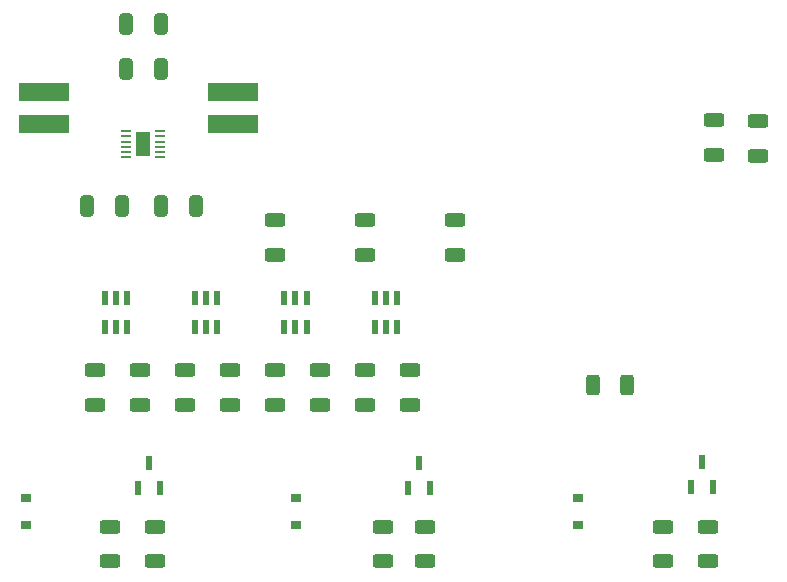
<source format=gbr>
%TF.GenerationSoftware,KiCad,Pcbnew,(6.0.7)*%
%TF.CreationDate,2023-04-19T21:38:57+02:00*%
%TF.ProjectId,rlc_meter,726c635f-6d65-4746-9572-2e6b69636164,rev?*%
%TF.SameCoordinates,Original*%
%TF.FileFunction,Paste,Bot*%
%TF.FilePolarity,Positive*%
%FSLAX46Y46*%
G04 Gerber Fmt 4.6, Leading zero omitted, Abs format (unit mm)*
G04 Created by KiCad (PCBNEW (6.0.7)) date 2023-04-19 21:38:57*
%MOMM*%
%LPD*%
G01*
G04 APERTURE LIST*
G04 Aperture macros list*
%AMRoundRect*
0 Rectangle with rounded corners*
0 $1 Rounding radius*
0 $2 $3 $4 $5 $6 $7 $8 $9 X,Y pos of 4 corners*
0 Add a 4 corners polygon primitive as box body*
4,1,4,$2,$3,$4,$5,$6,$7,$8,$9,$2,$3,0*
0 Add four circle primitives for the rounded corners*
1,1,$1+$1,$2,$3*
1,1,$1+$1,$4,$5*
1,1,$1+$1,$6,$7*
1,1,$1+$1,$8,$9*
0 Add four rect primitives between the rounded corners*
20,1,$1+$1,$2,$3,$4,$5,0*
20,1,$1+$1,$4,$5,$6,$7,0*
20,1,$1+$1,$6,$7,$8,$9,0*
20,1,$1+$1,$8,$9,$2,$3,0*%
G04 Aperture macros list end*
%ADD10R,0.850000X0.250000*%
%ADD11R,1.310000X2.120000*%
%ADD12R,0.900000X0.800000*%
%ADD13RoundRect,0.250000X0.625000X-0.312500X0.625000X0.312500X-0.625000X0.312500X-0.625000X-0.312500X0*%
%ADD14RoundRect,0.250000X0.325000X0.650000X-0.325000X0.650000X-0.325000X-0.650000X0.325000X-0.650000X0*%
%ADD15RoundRect,0.250000X-0.325000X-0.650000X0.325000X-0.650000X0.325000X0.650000X-0.325000X0.650000X0*%
%ADD16RoundRect,0.250000X-0.625000X0.312500X-0.625000X-0.312500X0.625000X-0.312500X0.625000X0.312500X0*%
%ADD17R,0.600000X1.250000*%
%ADD18RoundRect,0.250000X-0.312500X-0.625000X0.312500X-0.625000X0.312500X0.625000X-0.312500X0.625000X0*%
%ADD19R,4.300000X1.600000*%
%ADD20R,0.600000X1.200000*%
G04 APERTURE END LIST*
D10*
%TO.C,IC103*%
X117782000Y-103182000D03*
X117782000Y-103632000D03*
X117782000Y-104082000D03*
X117782000Y-104532000D03*
X117782000Y-104982000D03*
X117782000Y-105432000D03*
X114882000Y-105432000D03*
X114882000Y-104982000D03*
X114882000Y-104532000D03*
X114882000Y-104082000D03*
X114882000Y-103632000D03*
X114882000Y-103182000D03*
D11*
X116332000Y-104307000D03*
%TD*%
D12*
%TO.C,D103*%
X106426000Y-134232000D03*
X106426000Y-136532000D03*
%TD*%
%TO.C,D102*%
X129286000Y-136532000D03*
X129286000Y-134232000D03*
%TD*%
%TO.C,D101*%
X153162000Y-136532000D03*
X153162000Y-134232000D03*
%TD*%
D13*
%TO.C,R120*%
X123701500Y-126365500D03*
X123701500Y-123440500D03*
%TD*%
%TO.C,R102*%
X160335000Y-139604500D03*
X160335000Y-136679500D03*
%TD*%
%TO.C,R117*%
X131321500Y-126365500D03*
X131321500Y-123440500D03*
%TD*%
D14*
%TO.C,C113*%
X120825000Y-109525000D03*
X117875000Y-109525000D03*
%TD*%
D15*
%TO.C,C114*%
X114857000Y-97957000D03*
X117807000Y-97957000D03*
%TD*%
D16*
%TO.C,R103*%
X164145000Y-136679500D03*
X164145000Y-139604500D03*
%TD*%
%TO.C,R111*%
X135131500Y-123440500D03*
X135131500Y-126365500D03*
%TD*%
D15*
%TO.C,C115*%
X114857000Y-94147000D03*
X117807000Y-94147000D03*
%TD*%
D17*
%TO.C,Q101*%
X164592000Y-133350000D03*
X162682000Y-133350000D03*
X163637000Y-131250000D03*
%TD*%
D13*
%TO.C,R118*%
X135131500Y-113665500D03*
X135131500Y-110740500D03*
%TD*%
%TO.C,R114*%
X142751500Y-113665500D03*
X142751500Y-110740500D03*
%TD*%
D16*
%TO.C,R106*%
X140208000Y-136713500D03*
X140208000Y-139638500D03*
%TD*%
D13*
%TO.C,R123*%
X168375000Y-105287500D03*
X168375000Y-102362500D03*
%TD*%
%TO.C,R108*%
X113538000Y-139638500D03*
X113538000Y-136713500D03*
%TD*%
D18*
%TO.C,R101*%
X154412500Y-124725000D03*
X157337500Y-124725000D03*
%TD*%
D13*
%TO.C,R121*%
X119891500Y-126365500D03*
X119891500Y-123440500D03*
%TD*%
D16*
%TO.C,R109*%
X117348000Y-136713500D03*
X117348000Y-139638500D03*
%TD*%
D17*
%TO.C,Q102*%
X140655000Y-133384000D03*
X138745000Y-133384000D03*
X139700000Y-131284000D03*
%TD*%
D19*
%TO.C,L102*%
X107950000Y-102609000D03*
X107950000Y-99909000D03*
%TD*%
D16*
%TO.C,R119*%
X127511500Y-110740500D03*
X127511500Y-113665500D03*
%TD*%
D20*
%TO.C,U102*%
X114999500Y-119803000D03*
X114049500Y-119803000D03*
X113099500Y-119803000D03*
X113099500Y-117303000D03*
X114049500Y-117303000D03*
X114999500Y-117303000D03*
%TD*%
%TO.C,U101*%
X137859500Y-119803000D03*
X136909500Y-119803000D03*
X135959500Y-119803000D03*
X135959500Y-117303000D03*
X136909500Y-117303000D03*
X137859500Y-117303000D03*
%TD*%
D16*
%TO.C,R115*%
X116081500Y-123440500D03*
X116081500Y-126365500D03*
%TD*%
D20*
%TO.C,U103*%
X130173500Y-119823000D03*
X129223500Y-119823000D03*
X128273500Y-119823000D03*
X128273500Y-117323000D03*
X129223500Y-117323000D03*
X130173500Y-117323000D03*
%TD*%
D17*
%TO.C,Q103*%
X117795000Y-133384000D03*
X115885000Y-133384000D03*
X116840000Y-131284000D03*
%TD*%
D15*
%TO.C,C112*%
X111575000Y-109525000D03*
X114525000Y-109525000D03*
%TD*%
D13*
%TO.C,R112*%
X138941500Y-126365500D03*
X138941500Y-123440500D03*
%TD*%
D20*
%TO.C,U104*%
X122619500Y-119803000D03*
X121669500Y-119803000D03*
X120719500Y-119803000D03*
X120719500Y-117303000D03*
X121669500Y-117303000D03*
X122619500Y-117303000D03*
%TD*%
D13*
%TO.C,R122*%
X164685000Y-105211500D03*
X164685000Y-102286500D03*
%TD*%
D19*
%TO.C,L101*%
X123952000Y-102609000D03*
X123952000Y-99909000D03*
%TD*%
D16*
%TO.C,R116*%
X127511500Y-123440500D03*
X127511500Y-126365500D03*
%TD*%
D13*
%TO.C,R105*%
X136652000Y-139638500D03*
X136652000Y-136713500D03*
%TD*%
D16*
%TO.C,R113*%
X112271500Y-123440500D03*
X112271500Y-126365500D03*
%TD*%
M02*

</source>
